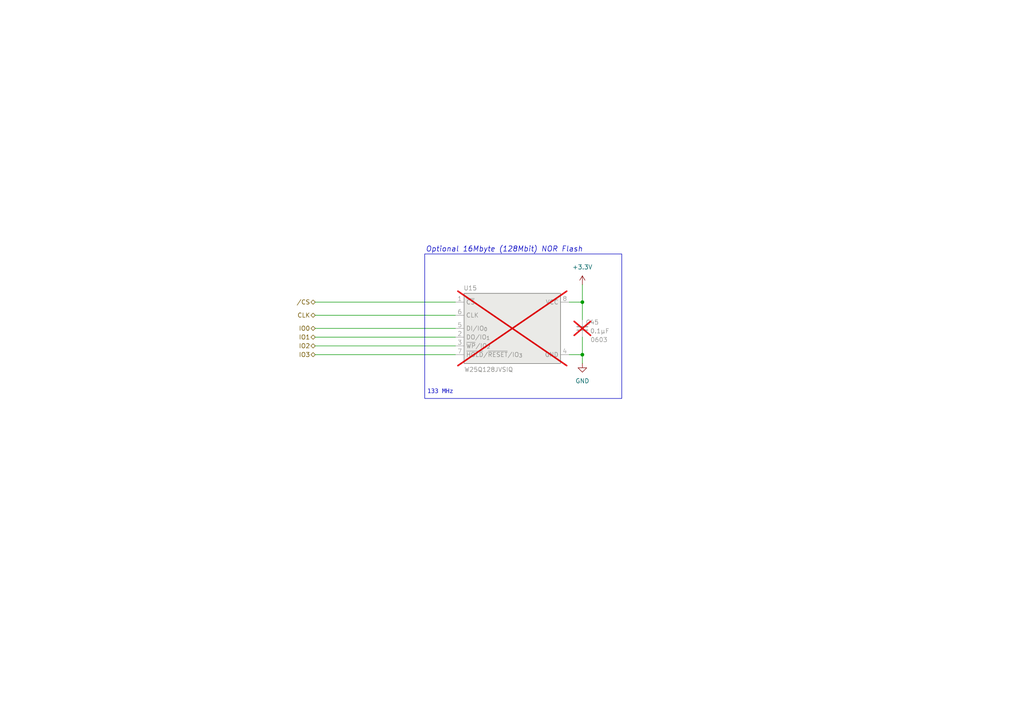
<source format=kicad_sch>
(kicad_sch (version 20250114) (generator "eeschema") (generator_version "9.0")
  (paper "A4")
  (title_block (title "Lark Print Engine") (date "2025-10-08") (rev "01.00.01") (comment 1 "Thermal Print Engine") (comment 2 "Designer: HamSlices") (comment 3 "The Lark Project"))
  (lib_symbols
    (symbol "Murata Electronics:Capacitor" (pin_numbers (hide yes)) (pin_names (offset 0.254) (hide yes))
      (property "Reference" "C" (at 0.254 1.778 0))
      (property "Value" "Capacitor" (at 0.254 -2.032 0))
      (symbol "Capacitor_0_1"
        (polyline (pts (xy -1.524 0.508) (xy 1.524 0.508)) (stroke (width 0.3048)))
        (polyline (pts (xy -1.524 -0.508) (xy 1.524 -0.508)) (stroke (width 0.3302)))
      )
      (symbol "Capacitor_1_1"
        (pin passive line (at 0 2.54 270) (length 2.032) (name "~") (number "1"))
        (pin passive line (at 0 -2.54 90) (length 2.032) (name "~") (number "2"))
      )
    )
    (symbol "Winbond Electronics:W25Q128JVSIQ"
      (property "Reference" "U" (at -7.112 14.732 0))
      (property "Value" "W25Q128JVSIQ" (at -0.762 12.7 0))
      (symbol "W25Q128JVSIQ_0_1"
        (rectangle (start -7.62 11.43) (end 20.32 -8.89) (stroke (width 0.254)) (fill (type background)))
      )
      (symbol "W25Q128JVSIQ_1_1"
        (pin input line (at -10.16 8.89 0) (length 2.54) (name "~{CS}") (number "1"))
        (pin input line (at -10.16 5.08 0) (length 2.54) (name "CLK") (number "6"))
        (pin bidirectional line (at -10.16 1.27 0) (length 2.54) (name "DI/IO_{0}") (number "5"))
        (pin bidirectional line (at -10.16 -1.27 0) (length 2.54) (name "DO/IO_{1}") (number "2"))
        (pin bidirectional line (at -10.16 -3.81 0) (length 2.54) (name "~{WP}/IO_{2}") (number "3"))
        (pin bidirectional line (at -10.16 -6.35 0) (length 2.54) (name "~{HOLD}/~{RESET}/IO_{3}") (number "7"))
        (pin power_in line (at 22.86 8.89 180) (length 2.54) (name "VCC") (number "8"))
        (pin power_in line (at 22.86 -6.35 180) (length 2.54) (name "GND") (number "4"))
      )
    )
    (symbol "power:+3.3V" (power) (pin_numbers (hide yes)) (pin_names (offset 0) (hide yes))
      (property "Value" "+3.3V" (at 0 3.556 0))
      (symbol "+3.3V_0_1"
        (polyline (pts (xy -0.762 1.27) (xy 0 2.54)))
        (polyline (pts (xy 0 2.54) (xy 0.762 1.27)))
        (polyline (pts (xy 0 0) (xy 0 2.54)))
      )
      (symbol "+3.3V_1_1"
        (pin power_in line (at 0 0 90) (length 0) (name "~") (number "1"))
      )
    )
    (symbol "power:GND" (power) (pin_numbers (hide yes)) (pin_names (offset 0) (hide yes))
      (property "Value" "GND" (at 0 -3.81 0))
      (symbol "GND_0_1"
        (polyline (pts (xy 0 0) (xy 0 -1.27) (xy 1.27 -1.27) (xy 0 -2.54) (xy -1.27 -1.27) (xy 0 -1.27)))
      )
      (symbol "GND_1_1"
        (pin power_in line (at 0 0 270) (length 0) (name "~") (number "1"))
      )
    )
  )
  (rectangle (start 123.19 73.66) (end 180.34 115.57))
  (text "Optional 16Mbyte (128Mbit) NOR Flash" (at 123.444 72.39 0) (effects (font (size 1.524 1.524) (italic yes)) (justify left)))
  (text "133 MHz" (at 123.952 114.046 0) (effects (font (size 1.27 1.27)) (justify left)))
  (junction (at 168.91 102.87))
  (junction (at 168.91 87.63))
  (wire (pts (xy 91.44 95.25) (xy 132.08 95.25)))
  (wire (pts (xy 91.44 100.33) (xy 132.08 100.33)))
  (wire (pts (xy 91.44 102.87) (xy 132.08 102.87)))
  (wire (pts (xy 168.91 87.63) (xy 168.91 92.71)))
  (wire (pts (xy 168.91 97.79) (xy 168.91 102.87)))
  (wire (pts (xy 165.1 102.87) (xy 168.91 102.87)))
  (wire (pts (xy 91.44 87.63) (xy 132.08 87.63)))
  (wire (pts (xy 168.91 102.87) (xy 168.91 105.41)))
  (wire (pts (xy 91.44 91.44) (xy 132.08 91.44)))
  (wire (pts (xy 168.91 82.55) (xy 168.91 87.63)))
  (wire (pts (xy 91.44 97.79) (xy 132.08 97.79)))
  (wire (pts (xy 165.1 87.63) (xy 168.91 87.63)))
  (hierarchical_label "IO1" (shape bidirectional) (at 91.44 97.79 180))
  (hierarchical_label "CLK" (shape bidirectional) (at 91.44 91.44 180))
  (hierarchical_label "IO2" (shape bidirectional) (at 91.44 100.33 180))
  (hierarchical_label "{slash}CS" (shape bidirectional) (at 91.44 87.63 180))
  (hierarchical_label "IO3" (shape bidirectional) (at 91.44 102.87 180))
  (hierarchical_label "IO0" (shape bidirectional) (at 91.44 95.25 180))
  (symbol (lib_id "power:GND") (at 168.91 105.41 0) (unit 1)
    (property "Reference" "#PWR0184" (effects (hide yes)))
    (property "Value" "GND" (at 168.91 110.49 0))
    (property "Description" "Power symbol creates a global label with name \"GND\" , ground" (effects (hide yes)))
  )
  (symbol (lib_id "power:+3.3V") (at 168.91 82.55 0) (unit 1)
    (property "Reference" "#PWR0183" (effects (hide yes)))
    (property "Value" "+3.3V" (at 168.91 77.47 0))
    (property "Description" "Power symbol creates a global label with name \"+3.3V\"" (effects (hide yes)))
  )
  (symbol (lib_id "Winbond Electronics:W25Q128JVSIQ") (at 142.24 96.52 0) (unit 1) (dnp yes)
    (property "Reference" "U15" (at 136.398 83.566 0))
    (property "Value" "W25Q128JVSIQ" (at 141.732 107.188 0))
    (property "Footprint" "Winbond Electronics:W25Q128JVSIQ" (effects (hide yes)))
    (property "Datasheet" "https://mm.digikey.com/Volume0/opasdata/d220001/medias/docus/7161/256_W25Q128JV.pdf" (effects (hide yes)))
    (property "Description" "FLASH - NOR Memory IC 128Mbit SPI - Quad I/O, QPI 133 MHz 8-SOIC" (effects (hide yes)))
    (property "MPN" "W25Q128JVSIQ" (effects (hide yes)))
  )
  (symbol (lib_id "Murata Electronics:Capacitor") (at 168.91 95.25 180) (unit 1) (dnp yes)
    (property "Reference" "C45" (at 173.736 93.472 0) (effects (justify left)))
    (property "Value" "0.1µF" (at 176.784 96.012 0) (effects (justify left)))
    (property "Footprint" "Murata Electronics:C_0603" (effects (hide yes)))
    (property "Description" "Unpolarized capacitor, small symbol" (effects (hide yes)))
    (property "Case" "0603" (at 173.736 98.552 0))
    (property "MPN" "GRM188R72A104MA35J" (effects (hide yes)))
  )
)
</source>
